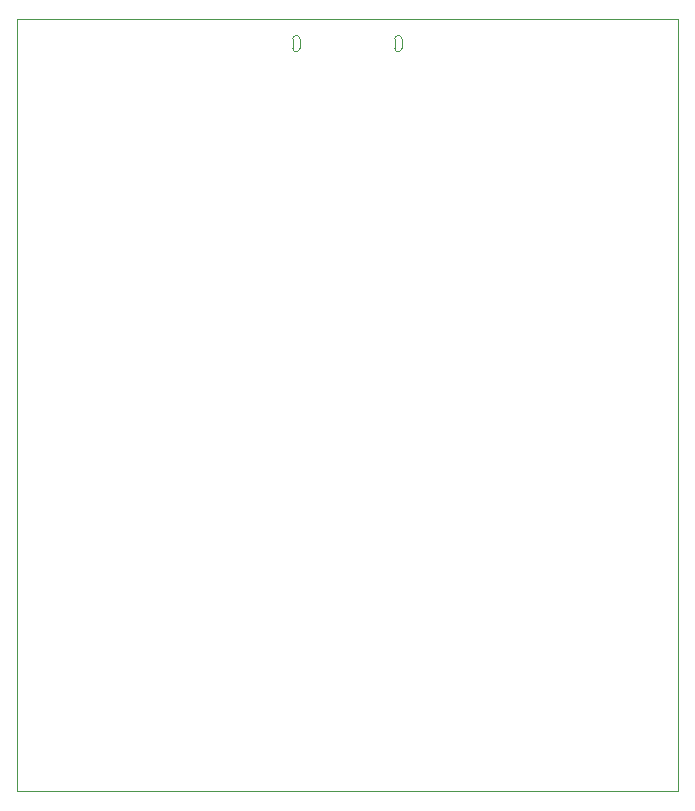
<source format=gm1>
G04 #@! TF.GenerationSoftware,KiCad,Pcbnew,7.0.11*
G04 #@! TF.CreationDate,2024-12-23T17:17:55+01:00*
G04 #@! TF.ProjectId,Aviator_Controller,41766961-746f-4725-9f43-6f6e74726f6c,rev?*
G04 #@! TF.SameCoordinates,Original*
G04 #@! TF.FileFunction,Profile,NP*
%FSLAX46Y46*%
G04 Gerber Fmt 4.6, Leading zero omitted, Abs format (unit mm)*
G04 Created by KiCad (PCBNEW 7.0.11) date 2024-12-23 17:17:55*
%MOMM*%
%LPD*%
G01*
G04 APERTURE LIST*
G04 #@! TA.AperFunction,Profile*
%ADD10C,0.050000*%
G04 #@! TD*
G04 #@! TA.AperFunction,Profile*
%ADD11C,0.010000*%
G04 #@! TD*
G04 APERTURE END LIST*
D10*
X123016000Y-46939200D02*
X178990000Y-46939200D01*
X178990000Y-112318800D01*
X123016000Y-112318800D01*
X123016000Y-46939200D01*
D11*
X155620000Y-48600000D02*
X155620000Y-49400000D01*
X155020000Y-49400000D02*
X155020000Y-48600000D01*
X146980000Y-48600000D02*
X146980000Y-49400000D01*
X146380000Y-49400000D02*
X146380000Y-48600000D01*
X155320000Y-49700000D02*
G75*
G03*
X155620000Y-49400000I0J300000D01*
G01*
X155020000Y-49400000D02*
G75*
G03*
X155320000Y-49700000I300000J0D01*
G01*
X155620000Y-48600000D02*
G75*
G03*
X155320000Y-48300000I-300000J0D01*
G01*
X155320000Y-48300000D02*
G75*
G03*
X155020000Y-48600000I0J-300000D01*
G01*
X146680000Y-49700000D02*
G75*
G03*
X146980000Y-49400000I0J300000D01*
G01*
X146380000Y-49400000D02*
G75*
G03*
X146680000Y-49700000I300000J0D01*
G01*
X146980000Y-48600000D02*
G75*
G03*
X146680000Y-48300000I-300000J0D01*
G01*
X146680000Y-48300000D02*
G75*
G03*
X146380000Y-48600000I0J-300000D01*
G01*
M02*

</source>
